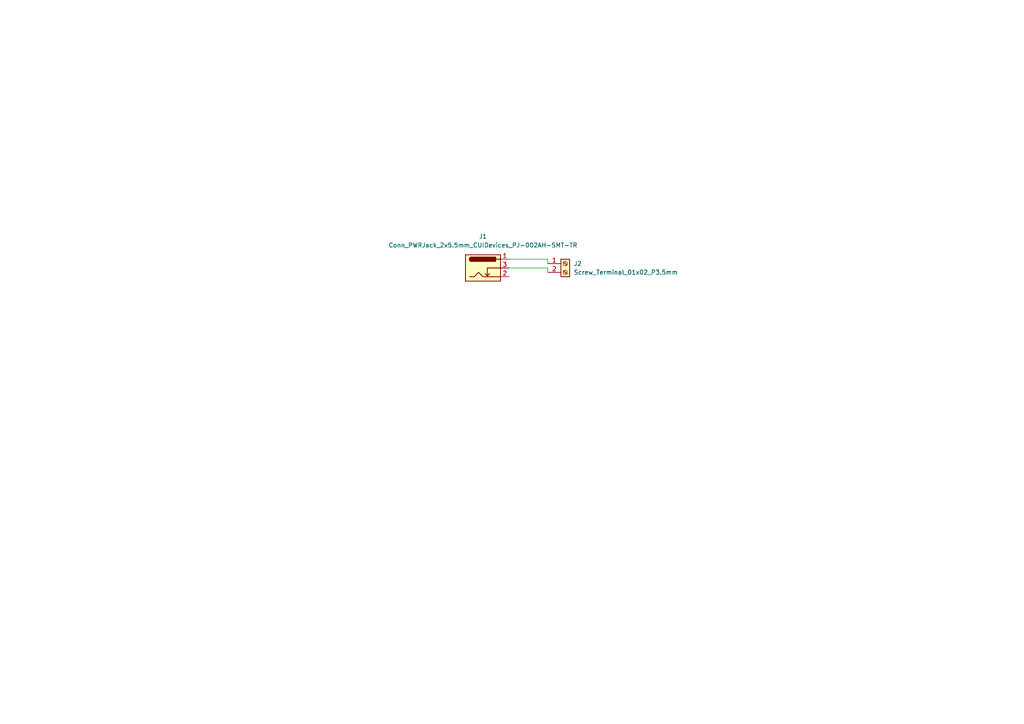
<source format=kicad_sch>
(kicad_sch (version 20230121) (generator eeschema)
  (paper "A4")
  (lib_symbols
    (symbol "fab:Conn_PWRJack_2x5.5mm_CUIDevices_PJ-002AH-SMT-TR" (pin_names hide)
      (property "Reference" "J" (at 0 5.334 0))
      (property "Value" "Conn_PWRJack_2x5.5mm_CUIDevices_PJ-002AH-SMT-TR" (at 0 -5.08 0))
      (symbol "Conn_PWRJack_2x5.5mm_CUIDevices_PJ-002AH-SMT-TR_0_1"
        (rectangle (start -5.08 3.81) (end 5.08 -3.81) (stroke (width 0.254)) (fill (type background)))
        (arc (start -3.302 3.175) (mid -3.9343 2.54) (end -3.302 1.905) (stroke (width 0.254)))
        (arc (start -3.302 3.175) (mid -3.9343 2.54) (end -3.302 1.905) (stroke (width 0.254)) (fill (type outline)))
        (polyline (pts (xy 1.27 -2.286) (xy 1.905 -1.651)) (stroke (width 0.254)))
        (polyline (pts (xy 5.08 2.54) (xy 3.81 2.54)) (stroke (width 0.254)))
        (polyline (pts (xy 5.08 0) (xy 1.27 0) (xy 1.27 -2.286) (xy 0.635 -1.651)) (stroke (width 0.254)))
        (polyline (pts (xy -3.81 -2.54) (xy -2.54 -2.54) (xy -1.27 -1.27) (xy 0 -2.54) (xy 2.54 -2.54) (xy 5.08 -2.54)) (stroke (width 0.254)))
        (rectangle (start 3.683 3.175) (end -3.302 1.905) (stroke (width 0.254)) (fill (type outline)))
      )
      (symbol "Conn_PWRJack_2x5.5mm_CUIDevices_PJ-002AH-SMT-TR_1_1"
        (pin passive line (at 7.62 2.54 180) (length 2.54) (name "~") (number "1"))
        (pin passive line (at 7.62 -2.54 180) (length 2.54) (name "~") (number "2"))
        (pin passive line (at 7.62 0 180) (length 2.54) (name "~") (number "3"))
      )
    )
    (symbol "fab:Screw_Terminal_01x02_P3.5mm" (pin_names (offset 1.016) hide)
      (property "Reference" "J" (at 0 3.81 0))
      (property "Value" "Screw_Terminal_01x02_P3.5mm" (at 0 -3.81 0))
      (symbol "Screw_Terminal_01x02_P3.5mm_1_1"
        (rectangle (start -1.27 2.54) (end 1.27 -2.54) (stroke (width 0.254)) (fill (type background)))
        (circle (center 0 -1.27) (radius 0.635) (stroke (width 0.1524)))
        (polyline (pts (xy -0.5334 -0.9398) (xy 0.3302 -1.778)) (stroke (width 0.1524)))
        (polyline (pts (xy -0.5334 1.6002) (xy 0.3302 0.762)) (stroke (width 0.1524)))
        (polyline (pts (xy -0.3556 -0.762) (xy 0.508 -1.6002)) (stroke (width 0.1524)))
        (polyline (pts (xy -0.3556 1.778) (xy 0.508 0.9398)) (stroke (width 0.1524)))
        (circle (center 0 1.27) (radius 0.635) (stroke (width 0.1524)))
        (pin passive line (at -5.08 1.27 0) (length 3.81) (name "Pin_1") (number "1"))
        (pin passive line (at -5.08 -1.27 0) (length 3.81) (name "Pin_2") (number "2"))
      )
    )
  )
  (wire (pts (xy 158.877 77.724) (xy 158.877 78.994)))
  (wire (pts (xy 147.701 77.724) (xy 158.877 77.724)))
  (wire (pts (xy 147.701 75.184) (xy 158.877 75.184)))
  (wire (pts (xy 158.877 75.184) (xy 158.877 76.454)))
  (symbol (lib_id "fab:Screw_Terminal_01x02_P3.5mm") (at 163.957 77.724 0) (unit 1)
    (property "Reference" "J2" (at 166.37 76.454 0) (effects (justify left)))
    (property "Value" "Screw_Terminal_01x02_P3.5mm" (at 166.37 78.994 0) (effects (justify left)))
    (property "Footprint" "fab:TerminalBlock_OnShore_1x02_P3.50mm_Horizontal" (effects hide))
    (property "Datasheet" "www.on-shore.com/wp-content/uploads/ED555XDS.pdf" (effects hide))
  )
  (symbol (lib_id "fab:Conn_PWRJack_2x5.5mm_CUIDevices_PJ-002AH-SMT-TR") (at 140.081 77.724 0) (unit 1)
    (property "Reference" "J1" (at 140.081 68.58 0))
    (property "Value" "Conn_PWRJack_2x5.5mm_CUIDevices_PJ-002AH-SMT-TR" (at 140.081 71.12 0))
    (property "Footprint" "fab:CUIDevices_PJ-002AH-SMT-TR_PWRJack_2x5.5mm" (effects hide))
    (property "Datasheet" "https://www.cuidevices.com/product/resource/pj-002ah-smt-tr.pdf" (effects hide))
  )
)
</source>
